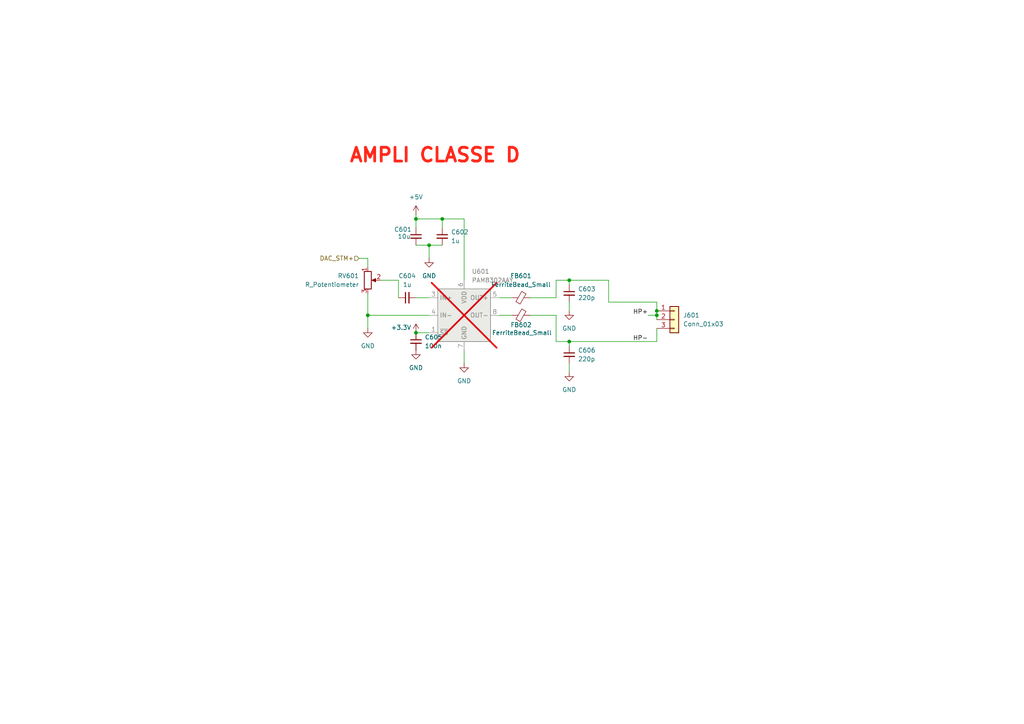
<source format=kicad_sch>
(kicad_sch (version 20231120) (generator "eeschema") (generator_version "8.0")
  (paper "A4")
  (lib_symbols
    (symbol "Amplifier_Audio:PAM8302AAY"
      (property "Reference" "U" (at 7.62 11.43 0))
      (property "Value" "PAM8302AAY" (at 7.62 8.89 0))
      (symbol "PAM8302AAY_0_1"
        (rectangle (start -7.62 7.62) (end 7.62 -7.62) (stroke (width 0.254)) (fill (type background)))
      )
      (symbol "PAM8302AAY_1_1"
        (pin input line (at -10.16 -5.08 0) (length 2.54) (name "~{SD}") (number "1"))
        (pin no_connect line (at 7.62 -5.08 180) (length 2.54) hide (name "NC") (number "2"))
        (pin input line (at -10.16 5.08 0) (length 2.54) (name "IN+") (number "3"))
        (pin input line (at -10.16 0 0) (length 2.54) (name "IN-") (number "4"))
        (pin output line (at 10.16 5.08 180) (length 2.54) (name "OUT+") (number "5"))
        (pin power_in line (at 0 10.16 270) (length 2.54) (name "VDD") (number "6"))
        (pin power_in line (at 0 -10.16 90) (length 2.54) (name "GND") (number "7"))
        (pin output line (at 10.16 0 180) (length 2.54) (name "OUT-") (number "8"))
      )
    )
    (symbol "Connector_Generic:Conn_01x03" (pin_names (offset 1.016) hide)
      (property "Reference" "J" (at 0 5.08 0))
      (property "Value" "Conn_01x03" (at 0 -5.08 0))
      (symbol "Conn_01x03_1_1"
        (rectangle (start -1.27 -2.413) (end 0 -2.667) (stroke (width 0.1524)))
        (rectangle (start -1.27 0.127) (end 0 -0.127) (stroke (width 0.1524)))
        (rectangle (start -1.27 2.667) (end 0 2.413) (stroke (width 0.1524)))
        (rectangle (start -1.27 3.81) (end 1.27 -3.81) (stroke (width 0.254)) (fill (type background)))
        (pin passive line (at -5.08 2.54 0) (length 3.81) (name "Pin_1") (number "1"))
        (pin passive line (at -5.08 0 0) (length 3.81) (name "Pin_2") (number "2"))
        (pin passive line (at -5.08 -2.54 0) (length 3.81) (name "Pin_3") (number "3"))
      )
    )
    (symbol "Device:C_Small" (pin_numbers hide) (pin_names (offset 0.254) hide)
      (property "Reference" "C" (at 0.254 1.778 0))
      (property "Value" "C_Small" (at 0.254 -2.032 0))
      (symbol "C_Small_0_1"
        (polyline (pts (xy -1.524 -0.508) (xy 1.524 -0.508)) (stroke (width 0.3302)))
        (polyline (pts (xy -1.524 0.508) (xy 1.524 0.508)) (stroke (width 0.3048)))
      )
      (symbol "C_Small_1_1"
        (pin passive line (at 0 2.54 270) (length 2.032) (name "~") (number "1"))
        (pin passive line (at 0 -2.54 90) (length 2.032) (name "~") (number "2"))
      )
    )
    (symbol "Device:FerriteBead_Small" (pin_numbers hide) (pin_names (offset 0))
      (property "Reference" "FB" (at 1.905 1.27 0))
      (property "Value" "FerriteBead_Small" (at 1.905 -1.27 0))
      (symbol "FerriteBead_Small_0_1"
        (polyline (pts (xy 0 -1.27) (xy 0 -0.7874)))
        (polyline (pts (xy 0 0.889) (xy 0 1.2954)))
        (polyline (pts (xy -1.8288 0.2794) (xy -1.1176 1.4986) (xy 1.8288 -0.2032) (xy 1.1176 -1.4224) (xy -1.8288 0.2794)))
      )
      (symbol "FerriteBead_Small_1_1"
        (pin passive line (at 0 2.54 270) (length 1.27) (name "~") (number "1"))
        (pin passive line (at 0 -2.54 90) (length 1.27) (name "~") (number "2"))
      )
    )
    (symbol "Device:R_Potentiometer" (pin_names (offset 1.016) hide)
      (property "Reference" "RV" (at -4.445 0 90))
      (property "Value" "R_Potentiometer" (at -2.54 0 90))
      (symbol "R_Potentiometer_0_1"
        (polyline (pts (xy 2.54 0) (xy 1.524 0)))
        (polyline (pts (xy 1.143 0) (xy 2.286 0.508) (xy 2.286 -0.508) (xy 1.143 0)) (fill (type outline)))
        (rectangle (start 1.016 2.54) (end -1.016 -2.54) (stroke (width 0.254)))
      )
      (symbol "R_Potentiometer_1_1"
        (pin passive line (at 0 3.81 270) (length 1.27) (name "1") (number "1"))
        (pin passive line (at 3.81 0 180) (length 1.27) (name "2") (number "2"))
        (pin passive line (at 0 -3.81 90) (length 1.27) (name "3") (number "3"))
      )
    )
    (symbol "power:+3.3V" (power) (pin_numbers hide) (pin_names (offset 0) hide)
      (property "Value" "+3.3V" (at 0 3.556 0))
      (symbol "+3.3V_0_1"
        (polyline (pts (xy -0.762 1.27) (xy 0 2.54)))
        (polyline (pts (xy 0 0) (xy 0 2.54)))
        (polyline (pts (xy 0 2.54) (xy 0.762 1.27)))
      )
      (symbol "+3.3V_1_1"
        (pin power_in line (at 0 0 90) (length 0) (name "~") (number "1"))
      )
    )
    (symbol "power:+5V" (power) (pin_numbers hide) (pin_names (offset 0) hide)
      (property "Value" "+5V" (at 0 3.556 0))
      (symbol "+5V_0_1"
        (polyline (pts (xy -0.762 1.27) (xy 0 2.54)))
        (polyline (pts (xy 0 0) (xy 0 2.54)))
        (polyline (pts (xy 0 2.54) (xy 0.762 1.27)))
      )
      (symbol "+5V_1_1"
        (pin power_in line (at 0 0 90) (length 0) (name "~") (number "1"))
      )
    )
    (symbol "power:GND" (power) (pin_numbers hide) (pin_names (offset 0) hide)
      (property "Value" "GND" (at 0 -3.81 0))
      (symbol "GND_0_1"
        (polyline (pts (xy 0 0) (xy 0 -1.27) (xy 1.27 -1.27) (xy 0 -2.54) (xy -1.27 -1.27) (xy 0 -1.27)))
      )
      (symbol "GND_1_1"
        (pin power_in line (at 0 0 270) (length 0) (name "~") (number "1"))
      )
    )
  )
  (junction (at 124.46 71.12))
  (junction (at 190.5 91.44))
  (junction (at 165.1 81.28))
  (junction (at 120.65 63.5))
  (junction (at 106.68 91.44))
  (junction (at 190.5 90.17))
  (junction (at 165.1 99.06))
  (junction (at 120.65 96.52))
  (junction (at 128.27 63.5))
  (wire (pts (xy 106.68 77.47) (xy 106.68 74.93)))
  (wire (pts (xy 161.29 99.06) (xy 161.29 91.44)))
  (wire (pts (xy 176.53 87.63) (xy 190.5 87.63)))
  (wire (pts (xy 106.68 95.25) (xy 106.68 91.44)))
  (wire (pts (xy 190.5 99.06) (xy 190.5 95.25)))
  (wire (pts (xy 165.1 87.63) (xy 165.1 90.17)))
  (wire (pts (xy 128.27 63.5) (xy 134.62 63.5)))
  (wire (pts (xy 161.29 99.06) (xy 165.1 99.06)))
  (wire (pts (xy 176.53 81.28) (xy 176.53 87.63)))
  (wire (pts (xy 176.53 81.28) (xy 165.1 81.28)))
  (wire (pts (xy 144.78 86.36) (xy 148.59 86.36)))
  (wire (pts (xy 128.27 63.5) (xy 128.27 66.04)))
  (wire (pts (xy 120.65 63.5) (xy 120.65 66.04)))
  (wire (pts (xy 106.68 74.93) (xy 104.14 74.93)))
  (wire (pts (xy 144.78 91.44) (xy 148.59 91.44)))
  (wire (pts (xy 165.1 99.06) (xy 165.1 100.33)))
  (wire (pts (xy 161.29 81.28) (xy 165.1 81.28)))
  (wire (pts (xy 110.49 81.28) (xy 115.57 81.28)))
  (wire (pts (xy 165.1 105.41) (xy 165.1 107.95)))
  (wire (pts (xy 161.29 86.36) (xy 153.67 86.36)))
  (wire (pts (xy 120.65 63.5) (xy 128.27 63.5)))
  (wire (pts (xy 106.68 91.44) (xy 124.46 91.44)))
  (wire (pts (xy 120.65 96.52) (xy 124.46 96.52)))
  (wire (pts (xy 115.57 81.28) (xy 115.57 86.36)))
  (wire (pts (xy 165.1 81.28) (xy 165.1 82.55)))
  (wire (pts (xy 120.65 62.23) (xy 120.65 63.5)))
  (wire (pts (xy 161.29 81.28) (xy 161.29 86.36)))
  (wire (pts (xy 190.5 91.44) (xy 190.5 92.71)))
  (wire (pts (xy 124.46 71.12) (xy 124.46 74.93)))
  (wire (pts (xy 120.65 71.12) (xy 124.46 71.12)))
  (wire (pts (xy 120.65 86.36) (xy 124.46 86.36)))
  (wire (pts (xy 187.96 91.44) (xy 190.5 91.44)))
  (wire (pts (xy 190.5 87.63) (xy 190.5 90.17)))
  (wire (pts (xy 161.29 91.44) (xy 153.67 91.44)))
  (wire (pts (xy 134.62 63.5) (xy 134.62 81.28)))
  (wire (pts (xy 106.68 91.44) (xy 106.68 85.09)))
  (wire (pts (xy 124.46 71.12) (xy 128.27 71.12)))
  (wire (pts (xy 134.62 101.6) (xy 134.62 105.41)))
  (wire (pts (xy 190.5 90.17) (xy 190.5 91.44)))
  (wire (pts (xy 165.1 99.06) (xy 190.5 99.06)))
  (text "AMPLI CLASSE D\n" (at 101.092 47.498 0) (effects (font (size 4 4) (thickness 0.8) (bold yes)) (justify left bottom)))
  (label "HP+" (at 187.96 91.44 180))
  (label "HP-" (at 187.96 99.06 180))
  (hierarchical_label "DAC_STM+" (shape input) (at 104.14 74.93 180))
  (symbol (lib_id "Device:C_Small") (at 118.11 86.36 90) (unit 1)
    (property "Reference" "C604" (at 118.1163 80.01 90))
    (property "Value" "1u" (at 118.1163 82.55 90))
    (property "Footprint" "Capacitor_SMD:C_0603_1608Metric" (effects (hide yes)))
    (property "Description" "Unpolarized capacitor, small symbol" (effects (hide yes)))
  )
  (symbol (lib_id "Device:C_Small") (at 165.1 102.87 0) (unit 1)
    (property "Reference" "C606" (at 167.64 101.6062 0) (effects (justify left)))
    (property "Value" "220p" (at 167.64 104.1462 0) (effects (justify left)))
    (property "Footprint" "Capacitor_SMD:C_0402_1005Metric" (effects (hide yes)))
    (property "Description" "Unpolarized capacitor, small symbol" (effects (hide yes)))
  )
  (symbol (lib_id "Device:C_Small") (at 165.1 85.09 0) (unit 1)
    (property "Reference" "C603" (at 167.64 83.8262 0) (effects (justify left)))
    (property "Value" "220p" (at 167.64 86.3662 0) (effects (justify left)))
    (property "Footprint" "Capacitor_SMD:C_0402_1005Metric" (effects (hide yes)))
    (property "Description" "Unpolarized capacitor, small symbol" (effects (hide yes)))
  )
  (symbol (lib_id "Device:C_Small") (at 128.27 68.58 0) (unit 1)
    (property "Reference" "C602" (at 130.81 67.3162 0) (effects (justify left)))
    (property "Value" "1u" (at 130.81 69.8562 0) (effects (justify left)))
    (property "Footprint" "Capacitor_SMD:C_0603_1608Metric" (effects (hide yes)))
    (property "Description" "Unpolarized capacitor, small symbol" (effects (hide yes)))
  )
  (symbol (lib_id "power:GND") (at 134.62 105.41 0) (unit 1)
    (property "Reference" "#PWR0607" (effects (hide yes)))
    (property "Value" "GND" (at 134.62 110.49 0))
    (property "Description" "Power symbol creates a global label with name \"GND\" , ground" (effects (hide yes)))
  )
  (symbol (lib_id "power:+3.3V") (at 120.65 96.52 0) (unit 1)
    (property "Reference" "#PWR0605" (effects (hide yes)))
    (property "Value" "+3.3V" (at 116.332 94.996 0))
    (property "Description" "Power symbol creates a global label with name \"+3.3V\"" (effects (hide yes)))
  )
  (symbol (lib_id "Connector_Generic:Conn_01x03") (at 195.58 92.71 0) (unit 1)
    (property "Reference" "J601" (at 198.12 91.4399 0) (effects (justify left)))
    (property "Value" "Conn_01x03" (at 198.12 93.9799 0) (effects (justify left)))
    (property "Footprint" "Connector_JST:JST_XH_S3B-XH-A_1x03_P2.50mm_Horizontal" (effects (hide yes)))
    (property "Description" "Generic connector, single row, 01x03, script generated (kicad-library-utils/schlib/autogen/connector/)" (effects (hide yes)))
  )
  (symbol (lib_id "power:+5V") (at 120.65 62.23 0) (unit 1)
    (property "Reference" "#PWR0601" (effects (hide yes)))
    (property "Value" "+5V" (at 120.65 57.15 0))
    (property "Description" "Power symbol creates a global label with name \"+5V\"" (effects (hide yes)))
  )
  (symbol (lib_id "Amplifier_Audio:PAM8302AAY") (at 134.62 91.44 0) (unit 1) (dnp yes)
    (property "Reference" "U601" (at 136.8141 78.74 0) (effects (justify left)))
    (property "Value" "PAM8302AAY" (at 136.8141 81.28 0) (effects (justify left)))
    (property "Footprint" "Tom&Jerry:DFN300X300X80-8N" (effects (hide yes)))
    (property "Datasheet" "https://www.diodes.com/assets/Datasheets/PAM8302A.pdf" (effects (hide yes)))
    (property "Description" "2.5W Filterless Class-D Mono Audio Amplifier, DFN-8" (effects (hide yes)))
  )
  (symbol (lib_id "power:GND") (at 120.65 101.6 0) (unit 1)
    (property "Reference" "#PWR0606" (effects (hide yes)))
    (property "Value" "GND" (at 120.65 106.68 0))
    (property "Description" "Power symbol creates a global label with name \"GND\" , ground" (effects (hide yes)))
  )
  (symbol (lib_id "power:GND") (at 165.1 107.95 0) (unit 1)
    (property "Reference" "#PWR0608" (effects (hide yes)))
    (property "Value" "GND" (at 165.1 113.03 0))
    (property "Description" "Power symbol creates a global label with name \"GND\" , ground" (effects (hide yes)))
  )
  (symbol (lib_id "Device:FerriteBead_Small") (at 151.13 86.36 90) (unit 1)
    (property "Reference" "FB601" (at 151.0919 80.01 90))
    (property "Value" "FerriteBead_Small" (at 151.0919 82.55 90))
    (property "Footprint" "Inductor_SMD:L_0805_2012Metric" (effects (hide yes)))
    (property "Description" "Ferrite bead, small symbol" (effects (hide yes)))
  )
  (symbol (lib_id "Device:R_Potentiometer") (at 106.68 81.28 0) (unit 1)
    (property "Reference" "RV601" (at 104.14 80.0099 0) (effects (justify right)))
    (property "Value" "R_Potentiometer" (at 104.14 82.5499 0) (effects (justify right)))
    (property "Footprint" "Tom&Jerry:Potar" (effects (hide yes)))
    (property "Description" "Potentiometer" (effects (hide yes)))
  )
  (symbol (lib_id "power:GND") (at 165.1 90.17 0) (unit 1)
    (property "Reference" "#PWR0603" (effects (hide yes)))
    (property "Value" "GND" (at 165.1 95.25 0))
    (property "Description" "Power symbol creates a global label with name \"GND\" , ground" (effects (hide yes)))
  )
  (symbol (lib_id "power:GND") (at 124.46 74.93 0) (unit 1)
    (property "Reference" "#PWR0602" (effects (hide yes)))
    (property "Value" "GND" (at 124.46 80.01 0))
    (property "Description" "Power symbol creates a global label with name \"GND\" , ground" (effects (hide yes)))
  )
  (symbol (lib_id "Device:C_Small") (at 120.65 68.58 0) (unit 1)
    (property "Reference" "C601" (at 114.3 66.548 0) (effects (justify left)))
    (property "Value" "10u" (at 115.316 68.58 0) (effects (justify left)))
    (property "Footprint" "Capacitor_SMD:C_0603_1608Metric" (effects (hide yes)))
    (property "Description" "Unpolarized capacitor, small symbol" (effects (hide yes)))
  )
  (symbol (lib_id "Device:C_Small") (at 120.65 99.06 0) (unit 1)
    (property "Reference" "C605" (at 123.19 97.7962 0) (effects (justify left)))
    (property "Value" "100n" (at 123.19 100.3362 0) (effects (justify left)))
    (property "Footprint" "Capacitor_SMD:C_0402_1005Metric" (effects (hide yes)))
    (property "Description" "Unpolarized capacitor, small symbol" (effects (hide yes)))
  )
  (symbol (lib_id "power:GND") (at 106.68 95.25 0) (unit 1)
    (property "Reference" "#PWR0604" (effects (hide yes)))
    (property "Value" "GND" (at 106.68 100.33 0))
    (property "Description" "Power symbol creates a global label with name \"GND\" , ground" (effects (hide yes)))
  )
  (symbol (lib_id "Device:FerriteBead_Small") (at 151.13 91.44 90) (unit 1)
    (property "Reference" "FB602" (at 151.13 94.234 90))
    (property "Value" "FerriteBead_Small" (at 151.384 96.52 90))
    (property "Footprint" "Inductor_SMD:L_0805_2012Metric" (effects (hide yes)))
    (property "Description" "Ferrite bead, small symbol" (effects (hide yes)))
  )
)
</source>
